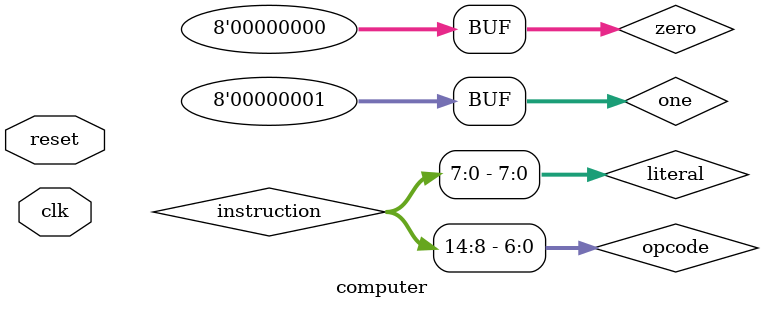
<source format=v>
module computer(
    input clk,
    input reset
);

    // =============================================
    // SEÑALES PRINCIPALES
    // =============================================
    
    // Instruction Memory
    wire [7:0] pc_addr;
    wire [14:0] instruction;
    wire [6:0] opcode = instruction[14:8];
    wire [7:0] literal = instruction[7:0];
    
    // Control Unit
    wire ctrl_L_PC, ctrl_D_W;
    wire [0:0] ctrl_S_D;
    wire [1:0] ctrl_S_A, ctrl_S_B;
    wire ctrl_L_A, ctrl_L_B;
    wire [3:0] ctrl_ALU_Sel;
    
    // ALU
    wire [7:0] alu_out;
    wire alu_Z, alu_N, alu_C, alu_V;
    
    // Status Register
    wire [3:0] status_flags;
    
    // Registros
    wire [7:0] regA_out, regB_out;
    
    // Memorias y Muxes
    wire [7:0] muxA_out, muxB_out, muxData_out;
    wire [7:0] data_mem_out;
    
    // Señales constantes
    wire [7:0] zero = 8'b00000000;
    wire [7:0] one = 8'b00000001;

    // =============================================
    // MÓDULOS
    // =============================================

    // 1. PROGRAM COUNTER
    pc ProgramCounter(
        .clk(clk),
        .reset(reset),
        .new_addr(literal),
        .load(ctrl_L_PC),
        .addr(pc_addr)
    );

    // 2. INSTRUCTION MEMORY
    instruction_memory InstructionMemory(
        .address(pc_addr),
        .out(instruction)
    );

    // 3. CONTROL UNIT
    control_unit ControlUnit(
        .opcode(opcode),
        .status_flags(status_flags),
        .L_PC(ctrl_L_PC),
        .D_W(ctrl_D_W),
        .S_D(ctrl_S_D),
        .L_A(ctrl_L_A),
        .L_B(ctrl_L_B),
        .S_A(ctrl_S_A),
        .S_B(ctrl_S_B),
        .ALU_Sel(ctrl_ALU_Sel)
    );

    // 4. DATA MEMORY
    data_memory DataMemory(
        .clk(clk),
        .reset(reset),
        .data_in(alu_out),
        .address(muxData_out),
        .write_enable(ctrl_D_W),
        .data_out(data_mem_out)
    );

    // 5. MUX DATA
    muxData MuxData(
        .lit(literal),
        .regB(regB_out),
        .sel(ctrl_S_D[0]),
        .out(muxData_out)
    );

    // 6. regA
    regA regA(
        .clk(clk),
        .reset(reset),
        .data_in(alu_out),
        .load(ctrl_L_A),
        .out(regA_out)
    );
    // 7. regB
    regB regB(
        .clk(clk),
        .reset(reset),
        .data_in(alu_out),
        .load(ctrl_L_B),
        .out(regB_out)
    );

    // 8. MUX A
    muxA MuxA(
        .regA(regA_out),
        .regB(regB_out),
        .zero(zero),
        .one(one),
        .sel(ctrl_S_A),
        .out(muxA_out)
    );

    // 9. MUX B
    muxB MuxB(
        .regB(regB_out),
        .datam(data_mem_out),
        .lit(literal),
        .zero(zero),
        .sel(ctrl_S_B),
        .out(muxB_out)
    );

    // 10. ALU
    alu ALU(
        .A(muxA_out),
        .B(muxB_out),
        .ALU_Sel(ctrl_ALU_Sel),
        .Result(alu_out),
        .Z(alu_Z),
        .N(alu_N),
        .C(alu_C),
        .V(alu_V)
    );

    // 11. STATUS
    status Status(
        .clk(clk),
        .reset(reset),
        .flags_in({alu_Z, alu_N, alu_C, alu_V}),
        .flags_out(status_flags)
    );

endmodule
</source>
